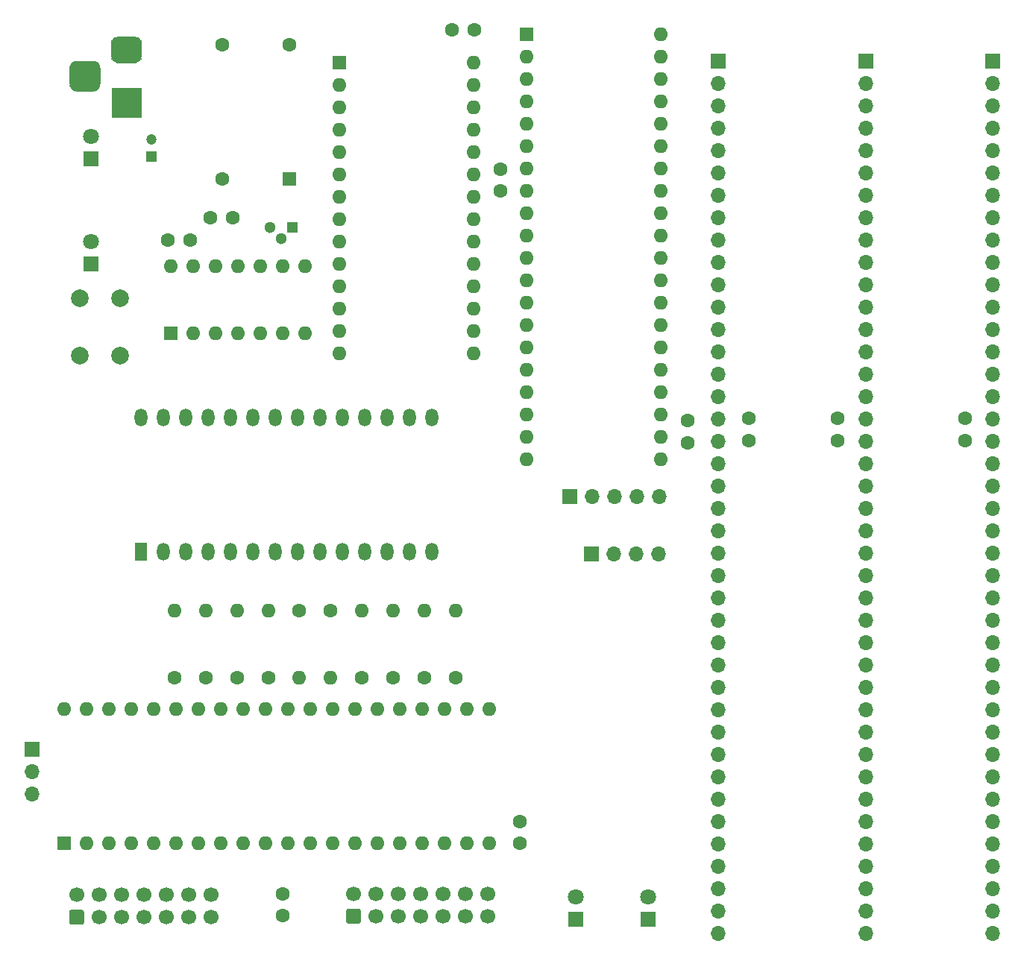
<source format=gbr>
G04 #@! TF.GenerationSoftware,KiCad,Pcbnew,(5.1.10)-1*
G04 #@! TF.CreationDate,2021-08-14T13:08:27-07:00*
G04 #@! TF.ProjectId,be6502x,62653635-3032-4782-9e6b-696361645f70,1*
G04 #@! TF.SameCoordinates,Original*
G04 #@! TF.FileFunction,Soldermask,Bot*
G04 #@! TF.FilePolarity,Negative*
%FSLAX46Y46*%
G04 Gerber Fmt 4.6, Leading zero omitted, Abs format (unit mm)*
G04 Created by KiCad (PCBNEW (5.1.10)-1) date 2021-08-14 13:08:27*
%MOMM*%
%LPD*%
G01*
G04 APERTURE LIST*
%ADD10C,1.600000*%
%ADD11C,1.700000*%
%ADD12C,2.000000*%
%ADD13O,1.600000X1.600000*%
%ADD14O,1.700000X1.700000*%
%ADD15R,1.700000X1.700000*%
%ADD16R,1.600000X1.600000*%
%ADD17R,1.300000X1.300000*%
%ADD18C,1.300000*%
%ADD19O,1.440000X2.000000*%
%ADD20R,1.440000X2.000000*%
%ADD21R,3.500000X3.500000*%
%ADD22C,1.800000*%
%ADD23R,1.800000X1.800000*%
%ADD24C,1.200000*%
%ADD25R,1.200000X1.200000*%
%ADD26C,0.152400*%
G04 APERTURE END LIST*
D10*
X110744000Y-87289000D03*
X110744000Y-89789000D03*
X127762000Y-87035000D03*
X127762000Y-89535000D03*
D11*
X88074500Y-141034000D03*
X85534500Y-141034000D03*
X82994500Y-141034000D03*
X80454500Y-141034000D03*
X77914500Y-141034000D03*
X75374500Y-141034000D03*
X72834500Y-141034000D03*
X88074500Y-143574000D03*
X85534500Y-143574000D03*
X82994500Y-143574000D03*
X80454500Y-143574000D03*
X77914500Y-143574000D03*
X75374500Y-143574000D03*
G36*
G01*
X73434500Y-144424000D02*
X72234500Y-144424000D01*
G75*
G02*
X71984500Y-144174000I0J250000D01*
G01*
X71984500Y-142974000D01*
G75*
G02*
X72234500Y-142724000I250000J0D01*
G01*
X73434500Y-142724000D01*
G75*
G02*
X73684500Y-142974000I0J-250000D01*
G01*
X73684500Y-144174000D01*
G75*
G02*
X73434500Y-144424000I-250000J0D01*
G01*
G37*
X56642000Y-141160000D03*
X54102000Y-141160000D03*
X51562000Y-141160000D03*
X49022000Y-141160000D03*
X46482000Y-141160000D03*
X43942000Y-141160000D03*
X41402000Y-141160000D03*
X56642000Y-143700000D03*
X54102000Y-143700000D03*
X51562000Y-143700000D03*
X49022000Y-143700000D03*
X46482000Y-143700000D03*
X43942000Y-143700000D03*
G36*
G01*
X42002000Y-144550000D02*
X40802000Y-144550000D01*
G75*
G02*
X40552000Y-144300000I0J250000D01*
G01*
X40552000Y-143100000D01*
G75*
G02*
X40802000Y-142850000I250000J0D01*
G01*
X42002000Y-142850000D01*
G75*
G02*
X42252000Y-143100000I0J-250000D01*
G01*
X42252000Y-144300000D01*
G75*
G02*
X42002000Y-144550000I-250000J0D01*
G01*
G37*
D12*
X41803500Y-73383000D03*
X46303500Y-73383000D03*
X41803500Y-79883000D03*
X46303500Y-79883000D03*
D13*
X70223900Y-116459000D03*
D10*
X70223900Y-108839000D03*
D13*
X66682100Y-116459000D03*
D10*
X66682100Y-108839000D03*
D14*
X36322000Y-129731000D03*
X36322000Y-127191000D03*
D15*
X36322000Y-124651000D03*
D14*
X107516000Y-95948500D03*
X104976000Y-95948500D03*
X102436000Y-95948500D03*
X99896000Y-95948500D03*
D15*
X97356000Y-95948500D03*
D14*
X107476000Y-102426000D03*
X104936000Y-102426000D03*
X102396000Y-102426000D03*
D15*
X99856000Y-102426000D03*
D10*
X65532000Y-44640500D03*
X57912000Y-44640500D03*
X57912000Y-59880500D03*
D16*
X65532000Y-59880500D03*
D13*
X52070000Y-69786500D03*
X67310000Y-77406500D03*
X54610000Y-69786500D03*
X64770000Y-77406500D03*
X57150000Y-69786500D03*
X62230000Y-77406500D03*
X59690000Y-69786500D03*
X59690000Y-77406500D03*
X62230000Y-69786500D03*
X57150000Y-77406500D03*
X64770000Y-69786500D03*
X54610000Y-77406500D03*
X67310000Y-69786500D03*
D16*
X52070000Y-77406500D03*
D17*
X65913000Y-65341500D03*
D18*
X63373000Y-65341500D03*
X64643000Y-66611500D03*
D14*
X145381000Y-145542000D03*
X145381000Y-143002000D03*
X145381000Y-140462000D03*
X145381000Y-137922000D03*
X145381000Y-135382000D03*
X145381000Y-132842000D03*
X145381000Y-130302000D03*
X145381000Y-127762000D03*
X145381000Y-125222000D03*
X145381000Y-122682000D03*
X145381000Y-120142000D03*
X145381000Y-117602000D03*
X145381000Y-115062000D03*
X145381000Y-112522000D03*
X145381000Y-109982000D03*
X145381000Y-107442000D03*
X145381000Y-104902000D03*
X145381000Y-102362000D03*
X145381000Y-99822000D03*
X145381000Y-97282000D03*
X145381000Y-94742000D03*
X145381000Y-92202000D03*
X145381000Y-89662000D03*
X145381000Y-87122000D03*
X145381000Y-84582000D03*
X145381000Y-82042000D03*
X145381000Y-79502000D03*
X145381000Y-76962000D03*
X145381000Y-74422000D03*
X145381000Y-71882000D03*
X145381000Y-69342000D03*
X145381000Y-66802000D03*
X145381000Y-64262000D03*
X145381000Y-61722000D03*
X145381000Y-59182000D03*
X145381000Y-56642000D03*
X145381000Y-54102000D03*
X145381000Y-51562000D03*
X145381000Y-49022000D03*
D15*
X145381000Y-46482000D03*
D14*
X130968000Y-145542000D03*
X130968000Y-143002000D03*
X130968000Y-140462000D03*
X130968000Y-137922000D03*
X130968000Y-135382000D03*
X130968000Y-132842000D03*
X130968000Y-130302000D03*
X130968000Y-127762000D03*
X130968000Y-125222000D03*
X130968000Y-122682000D03*
X130968000Y-120142000D03*
X130968000Y-117602000D03*
X130968000Y-115062000D03*
X130968000Y-112522000D03*
X130968000Y-109982000D03*
X130968000Y-107442000D03*
X130968000Y-104902000D03*
X130968000Y-102362000D03*
X130968000Y-99822000D03*
X130968000Y-97282000D03*
X130968000Y-94742000D03*
X130968000Y-92202000D03*
X130968000Y-89662000D03*
X130968000Y-87122000D03*
X130968000Y-84582000D03*
X130968000Y-82042000D03*
X130968000Y-79502000D03*
X130968000Y-76962000D03*
X130968000Y-74422000D03*
X130968000Y-71882000D03*
X130968000Y-69342000D03*
X130968000Y-66802000D03*
X130968000Y-64262000D03*
X130968000Y-61722000D03*
X130968000Y-59182000D03*
X130968000Y-56642000D03*
X130968000Y-54102000D03*
X130968000Y-51562000D03*
X130968000Y-49022000D03*
D15*
X130968000Y-46482000D03*
D13*
X40005000Y-120079000D03*
X88265000Y-135319000D03*
X42545000Y-120079000D03*
X85725000Y-135319000D03*
X45085000Y-120079000D03*
X83185000Y-135319000D03*
X47625000Y-120079000D03*
X80645000Y-135319000D03*
X50165000Y-120079000D03*
X78105000Y-135319000D03*
X52705000Y-120079000D03*
X75565000Y-135319000D03*
X55245000Y-120079000D03*
X73025000Y-135319000D03*
X57785000Y-120079000D03*
X70485000Y-135319000D03*
X60325000Y-120079000D03*
X67945000Y-135319000D03*
X62865000Y-120079000D03*
X65405000Y-135319000D03*
X65405000Y-120079000D03*
X62865000Y-135319000D03*
X67945000Y-120079000D03*
X60325000Y-135319000D03*
X70485000Y-120079000D03*
X57785000Y-135319000D03*
X73025000Y-120079000D03*
X55245000Y-135319000D03*
X75565000Y-120079000D03*
X52705000Y-135319000D03*
X78105000Y-120079000D03*
X50165000Y-135319000D03*
X80645000Y-120079000D03*
X47625000Y-135319000D03*
X83185000Y-120079000D03*
X45085000Y-135319000D03*
X85725000Y-120079000D03*
X42545000Y-135319000D03*
X88265000Y-120079000D03*
D16*
X40005000Y-135319000D03*
D13*
X86423500Y-46609000D03*
X71183500Y-79629000D03*
X86423500Y-49149000D03*
X71183500Y-77089000D03*
X86423500Y-51689000D03*
X71183500Y-74549000D03*
X86423500Y-54229000D03*
X71183500Y-72009000D03*
X86423500Y-56769000D03*
X71183500Y-69469000D03*
X86423500Y-59309000D03*
X71183500Y-66929000D03*
X86423500Y-61849000D03*
X71183500Y-64389000D03*
X86423500Y-64389000D03*
X71183500Y-61849000D03*
X86423500Y-66929000D03*
X71183500Y-59309000D03*
X86423500Y-69469000D03*
X71183500Y-56769000D03*
X86423500Y-72009000D03*
X71183500Y-54229000D03*
X86423500Y-74549000D03*
X71183500Y-51689000D03*
X86423500Y-77089000D03*
X71183500Y-49149000D03*
X86423500Y-79629000D03*
D16*
X71183500Y-46609000D03*
D19*
X81724500Y-86932000D03*
X81724500Y-102172000D03*
X79184500Y-86932000D03*
X79184500Y-102172000D03*
X76644500Y-86932000D03*
X76644500Y-102172000D03*
X74104500Y-86932000D03*
X74104500Y-102172000D03*
X71564500Y-86932000D03*
X71564500Y-102172000D03*
X69024500Y-86932000D03*
X69024500Y-102172000D03*
X66484500Y-86932000D03*
X66484500Y-102172000D03*
X63944500Y-86932000D03*
X63944500Y-102172000D03*
X61404500Y-86932000D03*
X61404500Y-102172000D03*
X58864500Y-86932000D03*
X58864500Y-102172000D03*
X56324500Y-86932000D03*
X56324500Y-102172000D03*
X53784500Y-86932000D03*
X53784500Y-102172000D03*
X51244500Y-86932000D03*
X51244500Y-102172000D03*
X48704500Y-86932000D03*
D20*
X48704500Y-102172000D03*
D13*
X107696000Y-43434000D03*
X92456000Y-91694000D03*
X107696000Y-45974000D03*
X92456000Y-89154000D03*
X107696000Y-48514000D03*
X92456000Y-86614000D03*
X107696000Y-51054000D03*
X92456000Y-84074000D03*
X107696000Y-53594000D03*
X92456000Y-81534000D03*
X107696000Y-56134000D03*
X92456000Y-78994000D03*
X107696000Y-58674000D03*
X92456000Y-76454000D03*
X107696000Y-61214000D03*
X92456000Y-73914000D03*
X107696000Y-63754000D03*
X92456000Y-71374000D03*
X107696000Y-66294000D03*
X92456000Y-68834000D03*
X107696000Y-68834000D03*
X92456000Y-66294000D03*
X107696000Y-71374000D03*
X92456000Y-63754000D03*
X107696000Y-73914000D03*
X92456000Y-61214000D03*
X107696000Y-76454000D03*
X92456000Y-58674000D03*
X107696000Y-78994000D03*
X92456000Y-56134000D03*
X107696000Y-81534000D03*
X92456000Y-53594000D03*
X107696000Y-84074000D03*
X92456000Y-51054000D03*
X107696000Y-86614000D03*
X92456000Y-48514000D03*
X107696000Y-89154000D03*
X92456000Y-45974000D03*
X107696000Y-91694000D03*
D16*
X92456000Y-43434000D03*
D13*
X80849600Y-108839000D03*
D10*
X80849600Y-116459000D03*
D13*
X84391500Y-108839000D03*
D10*
X84391500Y-116459000D03*
D13*
X63140200Y-108839000D03*
D10*
X63140200Y-116459000D03*
D13*
X56056400Y-108839000D03*
D10*
X56056400Y-116459000D03*
D13*
X52514500Y-108839000D03*
D10*
X52514500Y-116459000D03*
D13*
X59598300Y-108839000D03*
D10*
X59598300Y-116459000D03*
D13*
X73765800Y-108839000D03*
D10*
X73765800Y-116459000D03*
D13*
X77307700Y-108839000D03*
D10*
X77307700Y-116459000D03*
D14*
X114236000Y-145542000D03*
X114236000Y-143002000D03*
X114236000Y-140462000D03*
X114236000Y-137922000D03*
X114236000Y-135382000D03*
X114236000Y-132842000D03*
X114236000Y-130302000D03*
X114236000Y-127762000D03*
X114236000Y-125222000D03*
X114236000Y-122682000D03*
X114236000Y-120142000D03*
X114236000Y-117602000D03*
X114236000Y-115062000D03*
X114236000Y-112522000D03*
X114236000Y-109982000D03*
X114236000Y-107442000D03*
X114236000Y-104902000D03*
X114236000Y-102362000D03*
X114236000Y-99822000D03*
X114236000Y-97282000D03*
X114236000Y-94742000D03*
X114236000Y-92202000D03*
X114236000Y-89662000D03*
X114236000Y-87122000D03*
X114236000Y-84582000D03*
X114236000Y-82042000D03*
X114236000Y-79502000D03*
X114236000Y-76962000D03*
X114236000Y-74422000D03*
X114236000Y-71882000D03*
X114236000Y-69342000D03*
X114236000Y-66802000D03*
X114236000Y-64262000D03*
X114236000Y-61722000D03*
X114236000Y-59182000D03*
X114236000Y-56642000D03*
X114236000Y-54102000D03*
X114236000Y-51562000D03*
X114236000Y-49022000D03*
D15*
X114236000Y-46482000D03*
G36*
G01*
X41478500Y-46431000D02*
X43228500Y-46431000D01*
G75*
G02*
X44103500Y-47306000I0J-875000D01*
G01*
X44103500Y-49056000D01*
G75*
G02*
X43228500Y-49931000I-875000J0D01*
G01*
X41478500Y-49931000D01*
G75*
G02*
X40603500Y-49056000I0J875000D01*
G01*
X40603500Y-47306000D01*
G75*
G02*
X41478500Y-46431000I875000J0D01*
G01*
G37*
G36*
G01*
X46053500Y-43681000D02*
X48053500Y-43681000D01*
G75*
G02*
X48803500Y-44431000I0J-750000D01*
G01*
X48803500Y-45931000D01*
G75*
G02*
X48053500Y-46681000I-750000J0D01*
G01*
X46053500Y-46681000D01*
G75*
G02*
X45303500Y-45931000I0J750000D01*
G01*
X45303500Y-44431000D01*
G75*
G02*
X46053500Y-43681000I750000J0D01*
G01*
G37*
D21*
X47053500Y-51181000D03*
D22*
X43053500Y-66992500D03*
D23*
X43053500Y-69532500D03*
D22*
X106236000Y-141351000D03*
D23*
X106236000Y-143891000D03*
D22*
X98044000Y-141351000D03*
D23*
X98044000Y-143891000D03*
D22*
X43053500Y-54991000D03*
D23*
X43053500Y-57531000D03*
D10*
X91694000Y-132819000D03*
X91694000Y-135319000D03*
X64770000Y-141034000D03*
X64770000Y-143534000D03*
X59078500Y-64262000D03*
X56578500Y-64262000D03*
X117666000Y-87035000D03*
X117666000Y-89535000D03*
X142240000Y-87035000D03*
X142240000Y-89535000D03*
X84050500Y-42926000D03*
X86550500Y-42926000D03*
X89471500Y-58714000D03*
X89471500Y-61214000D03*
X54292500Y-66802000D03*
X51792500Y-66802000D03*
D24*
X49911000Y-55340500D03*
D25*
X49911000Y-57340500D03*
D26*
G36*
X44104665Y-49054374D02*
G01*
X44105500Y-49056000D01*
X44105500Y-49083053D01*
X44105490Y-49083249D01*
X44088969Y-49250993D01*
X44088893Y-49251378D01*
X44040824Y-49409838D01*
X44040674Y-49410200D01*
X43962616Y-49556236D01*
X43962398Y-49556562D01*
X43857346Y-49684569D01*
X43857069Y-49684846D01*
X43729062Y-49789898D01*
X43728736Y-49790116D01*
X43582700Y-49868174D01*
X43582338Y-49868324D01*
X43423878Y-49916393D01*
X43423493Y-49916469D01*
X43255749Y-49932990D01*
X43255553Y-49933000D01*
X43228500Y-49933000D01*
X43226768Y-49932000D01*
X43226768Y-49930000D01*
X43228304Y-49929010D01*
X43398809Y-49912217D01*
X43562579Y-49862538D01*
X43713508Y-49781865D01*
X43845797Y-49673297D01*
X43954365Y-49541008D01*
X44035038Y-49390079D01*
X44084717Y-49226309D01*
X44101510Y-49055804D01*
X44102675Y-49054178D01*
X44104665Y-49054374D01*
G37*
G36*
X40605490Y-49055804D02*
G01*
X40622283Y-49226309D01*
X40671962Y-49390079D01*
X40752635Y-49541008D01*
X40861203Y-49673297D01*
X40993492Y-49781865D01*
X41144421Y-49862538D01*
X41308191Y-49912217D01*
X41478696Y-49929010D01*
X41480322Y-49930175D01*
X41480126Y-49932165D01*
X41478500Y-49933000D01*
X41451447Y-49933000D01*
X41451251Y-49932990D01*
X41283507Y-49916469D01*
X41283122Y-49916393D01*
X41124662Y-49868324D01*
X41124300Y-49868174D01*
X40978264Y-49790116D01*
X40977938Y-49789898D01*
X40849931Y-49684846D01*
X40849654Y-49684569D01*
X40744602Y-49556562D01*
X40744384Y-49556236D01*
X40666326Y-49410200D01*
X40666176Y-49409838D01*
X40618107Y-49251378D01*
X40618031Y-49250993D01*
X40601510Y-49083249D01*
X40601500Y-49083053D01*
X40601500Y-49056000D01*
X40602500Y-49054268D01*
X40604500Y-49054268D01*
X40605490Y-49055804D01*
G37*
G36*
X41480232Y-46430000D02*
G01*
X41480232Y-46432000D01*
X41478696Y-46432990D01*
X41308191Y-46449783D01*
X41144421Y-46499462D01*
X40993492Y-46580135D01*
X40861203Y-46688703D01*
X40752635Y-46820992D01*
X40671962Y-46971921D01*
X40622283Y-47135691D01*
X40605490Y-47306196D01*
X40604325Y-47307822D01*
X40602335Y-47307626D01*
X40601500Y-47306000D01*
X40601500Y-47278947D01*
X40601510Y-47278751D01*
X40618031Y-47111007D01*
X40618107Y-47110622D01*
X40666176Y-46952162D01*
X40666326Y-46951800D01*
X40744384Y-46805764D01*
X40744602Y-46805438D01*
X40849654Y-46677431D01*
X40849931Y-46677154D01*
X40977938Y-46572102D01*
X40978264Y-46571884D01*
X41124300Y-46493826D01*
X41124662Y-46493676D01*
X41283122Y-46445607D01*
X41283507Y-46445531D01*
X41451251Y-46429010D01*
X41451447Y-46429000D01*
X41478500Y-46429000D01*
X41480232Y-46430000D01*
G37*
G36*
X43255749Y-46429010D02*
G01*
X43423493Y-46445531D01*
X43423878Y-46445607D01*
X43582338Y-46493676D01*
X43582700Y-46493826D01*
X43728736Y-46571884D01*
X43729062Y-46572102D01*
X43857069Y-46677154D01*
X43857346Y-46677431D01*
X43962398Y-46805438D01*
X43962616Y-46805764D01*
X44040674Y-46951800D01*
X44040824Y-46952162D01*
X44088893Y-47110622D01*
X44088969Y-47111007D01*
X44105490Y-47278751D01*
X44105500Y-47278947D01*
X44105500Y-47306000D01*
X44104500Y-47307732D01*
X44102500Y-47307732D01*
X44101510Y-47306196D01*
X44084717Y-47135691D01*
X44035038Y-46971921D01*
X43954365Y-46820992D01*
X43845797Y-46688703D01*
X43713508Y-46580135D01*
X43562579Y-46499462D01*
X43398809Y-46449783D01*
X43228304Y-46432990D01*
X43226678Y-46431825D01*
X43226874Y-46429835D01*
X43228500Y-46429000D01*
X43255553Y-46429000D01*
X43255749Y-46429010D01*
G37*
G36*
X45305490Y-45930804D02*
G01*
X45319881Y-46076923D01*
X45362447Y-46217244D01*
X45431569Y-46346562D01*
X45524591Y-46459909D01*
X45637938Y-46552931D01*
X45767256Y-46622053D01*
X45907577Y-46664619D01*
X46053696Y-46679010D01*
X46055322Y-46680175D01*
X46055126Y-46682165D01*
X46053500Y-46683000D01*
X46026447Y-46683000D01*
X46026251Y-46682990D01*
X45882894Y-46668871D01*
X45882509Y-46668795D01*
X45747499Y-46627840D01*
X45747137Y-46627690D01*
X45622709Y-46561181D01*
X45622383Y-46560963D01*
X45513319Y-46471458D01*
X45513042Y-46471181D01*
X45423537Y-46362117D01*
X45423319Y-46361791D01*
X45356810Y-46237363D01*
X45356660Y-46237001D01*
X45315705Y-46101991D01*
X45315629Y-46101606D01*
X45301510Y-45958249D01*
X45301500Y-45958053D01*
X45301500Y-45931000D01*
X45302500Y-45929268D01*
X45304500Y-45929268D01*
X45305490Y-45930804D01*
G37*
G36*
X48804665Y-45929374D02*
G01*
X48805500Y-45931000D01*
X48805500Y-45958053D01*
X48805490Y-45958249D01*
X48791371Y-46101606D01*
X48791295Y-46101991D01*
X48750340Y-46237001D01*
X48750190Y-46237363D01*
X48683681Y-46361791D01*
X48683463Y-46362117D01*
X48593958Y-46471181D01*
X48593681Y-46471458D01*
X48484617Y-46560963D01*
X48484291Y-46561181D01*
X48359863Y-46627690D01*
X48359501Y-46627840D01*
X48224491Y-46668795D01*
X48224106Y-46668871D01*
X48080749Y-46682990D01*
X48080553Y-46683000D01*
X48053500Y-46683000D01*
X48051768Y-46682000D01*
X48051768Y-46680000D01*
X48053304Y-46679010D01*
X48199423Y-46664619D01*
X48339744Y-46622053D01*
X48469062Y-46552931D01*
X48582409Y-46459909D01*
X48675431Y-46346562D01*
X48744553Y-46217244D01*
X48787119Y-46076923D01*
X48801510Y-45930804D01*
X48802675Y-45929178D01*
X48804665Y-45929374D01*
G37*
G36*
X46055232Y-43680000D02*
G01*
X46055232Y-43682000D01*
X46053696Y-43682990D01*
X45907577Y-43697381D01*
X45767256Y-43739947D01*
X45637938Y-43809069D01*
X45524591Y-43902091D01*
X45431569Y-44015438D01*
X45362447Y-44144756D01*
X45319881Y-44285077D01*
X45305490Y-44431196D01*
X45304325Y-44432822D01*
X45302335Y-44432626D01*
X45301500Y-44431000D01*
X45301500Y-44403947D01*
X45301510Y-44403751D01*
X45315629Y-44260394D01*
X45315705Y-44260009D01*
X45356660Y-44124999D01*
X45356810Y-44124637D01*
X45423319Y-44000209D01*
X45423537Y-43999883D01*
X45513042Y-43890819D01*
X45513319Y-43890542D01*
X45622383Y-43801037D01*
X45622709Y-43800819D01*
X45747137Y-43734310D01*
X45747499Y-43734160D01*
X45882509Y-43693205D01*
X45882894Y-43693129D01*
X46026251Y-43679010D01*
X46026447Y-43679000D01*
X46053500Y-43679000D01*
X46055232Y-43680000D01*
G37*
G36*
X48080749Y-43679010D02*
G01*
X48224106Y-43693129D01*
X48224491Y-43693205D01*
X48359501Y-43734160D01*
X48359863Y-43734310D01*
X48484291Y-43800819D01*
X48484617Y-43801037D01*
X48593681Y-43890542D01*
X48593958Y-43890819D01*
X48683463Y-43999883D01*
X48683681Y-44000209D01*
X48750190Y-44124637D01*
X48750340Y-44124999D01*
X48791295Y-44260009D01*
X48791371Y-44260394D01*
X48805490Y-44403751D01*
X48805500Y-44403947D01*
X48805500Y-44431000D01*
X48804500Y-44432732D01*
X48802500Y-44432732D01*
X48801510Y-44431196D01*
X48787119Y-44285077D01*
X48744553Y-44144756D01*
X48675431Y-44015438D01*
X48582409Y-43902091D01*
X48469062Y-43809069D01*
X48339744Y-43739947D01*
X48199423Y-43697381D01*
X48053304Y-43682990D01*
X48051678Y-43681825D01*
X48051874Y-43679835D01*
X48053500Y-43679000D01*
X48080553Y-43679000D01*
X48080749Y-43679010D01*
G37*
M02*

</source>
